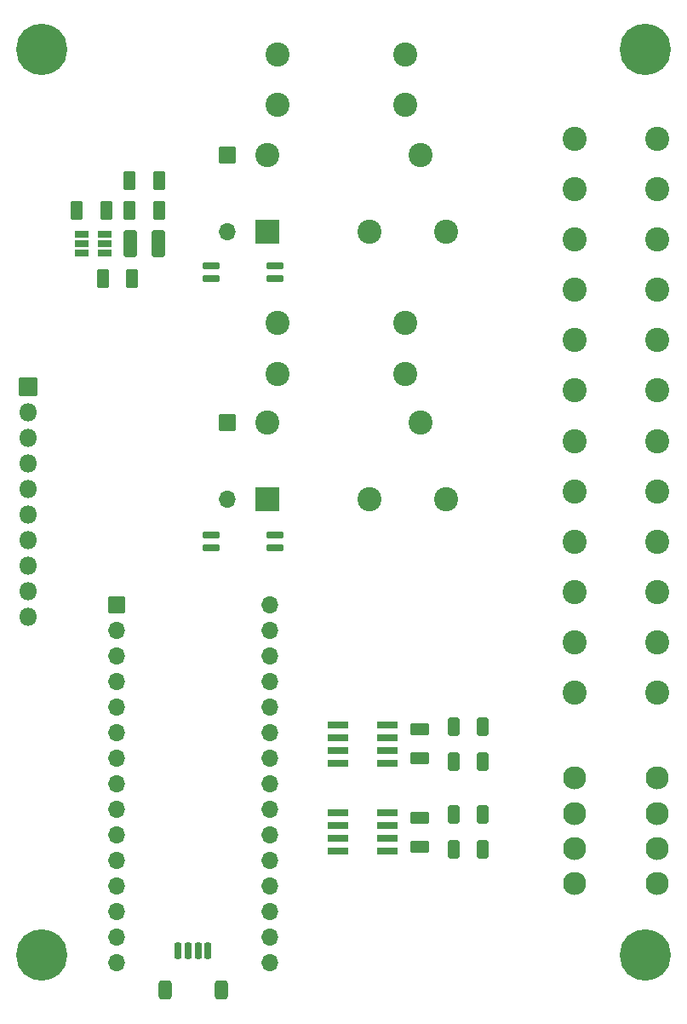
<source format=gbr>
%TF.GenerationSoftware,KiCad,Pcbnew,7.0.9*%
%TF.CreationDate,2024-02-10T01:22:26-05:00*%
%TF.ProjectId,BREAD_Slice,42524541-445f-4536-9c69-63652e6b6963,rev?*%
%TF.SameCoordinates,PX74eba40PY8552dc0*%
%TF.FileFunction,Soldermask,Bot*%
%TF.FilePolarity,Negative*%
%FSLAX46Y46*%
G04 Gerber Fmt 4.6, Leading zero omitted, Abs format (unit mm)*
G04 Created by KiCad (PCBNEW 7.0.9) date 2024-02-10 01:22:26*
%MOMM*%
%LPD*%
G01*
G04 APERTURE LIST*
G04 Aperture macros list*
%AMRoundRect*
0 Rectangle with rounded corners*
0 $1 Rounding radius*
0 $2 $3 $4 $5 $6 $7 $8 $9 X,Y pos of 4 corners*
0 Add a 4 corners polygon primitive as box body*
4,1,4,$2,$3,$4,$5,$6,$7,$8,$9,$2,$3,0*
0 Add four circle primitives for the rounded corners*
1,1,$1+$1,$2,$3*
1,1,$1+$1,$4,$5*
1,1,$1+$1,$6,$7*
1,1,$1+$1,$8,$9*
0 Add four rect primitives between the rounded corners*
20,1,$1+$1,$2,$3,$4,$5,0*
20,1,$1+$1,$4,$5,$6,$7,0*
20,1,$1+$1,$6,$7,$8,$9,0*
20,1,$1+$1,$8,$9,$2,$3,0*%
G04 Aperture macros list end*
%ADD10C,2.400000*%
%ADD11RoundRect,0.300000X0.325000X0.650000X-0.325000X0.650000X-0.325000X-0.650000X0.325000X-0.650000X0*%
%ADD12C,5.100000*%
%ADD13RoundRect,0.050000X-0.800000X-0.800000X0.800000X-0.800000X0.800000X0.800000X-0.800000X0.800000X0*%
%ADD14O,1.700000X1.700000*%
%ADD15RoundRect,0.050000X-0.850000X-0.850000X0.850000X-0.850000X0.850000X0.850000X-0.850000X0.850000X0*%
%ADD16O,1.800000X1.800000*%
%ADD17RoundRect,0.050000X-0.800000X0.800000X-0.800000X-0.800000X0.800000X-0.800000X0.800000X0.800000X0*%
%ADD18C,2.300000*%
%ADD19RoundRect,0.050000X1.150000X1.150000X-1.150000X1.150000X-1.150000X-1.150000X1.150000X-1.150000X0*%
%ADD20RoundRect,0.300000X-0.312500X-0.625000X0.312500X-0.625000X0.312500X0.625000X-0.312500X0.625000X0*%
%ADD21RoundRect,0.200000X0.150000X0.625000X-0.150000X0.625000X-0.150000X-0.625000X0.150000X-0.625000X0*%
%ADD22RoundRect,0.300000X0.350000X0.650000X-0.350000X0.650000X-0.350000X-0.650000X0.350000X-0.650000X0*%
%ADD23RoundRect,0.300000X0.650000X-0.325000X0.650000X0.325000X-0.650000X0.325000X-0.650000X-0.325000X0*%
%ADD24RoundRect,0.300000X-0.325000X-0.650000X0.325000X-0.650000X0.325000X0.650000X-0.325000X0.650000X0*%
%ADD25RoundRect,0.200000X0.662500X0.150000X-0.662500X0.150000X-0.662500X-0.150000X0.662500X-0.150000X0*%
%ADD26RoundRect,0.300000X-0.375000X-1.075000X0.375000X-1.075000X0.375000X1.075000X-0.375000X1.075000X0*%
%ADD27RoundRect,0.200000X-0.512500X-0.150000X0.512500X-0.150000X0.512500X0.150000X-0.512500X0.150000X0*%
%ADD28RoundRect,0.091300X0.943700X0.253700X-0.943700X0.253700X-0.943700X-0.253700X0.943700X-0.253700X0*%
G04 APERTURE END LIST*
D10*
%TO.C,J18*%
X58000000Y31100000D03*
X66200000Y31100000D03*
%TD*%
%TO.C,J10*%
X58000000Y61100000D03*
X66200000Y61100000D03*
%TD*%
%TO.C,F2*%
X41150000Y89492700D03*
X41150000Y94492700D03*
X28450000Y89492700D03*
X28450000Y94492700D03*
%TD*%
%TO.C,F1*%
X28450000Y67792700D03*
X28450000Y62792700D03*
X41150000Y67792700D03*
X41150000Y62792700D03*
%TD*%
%TO.C,J17*%
X58000000Y36100000D03*
X66200000Y36100000D03*
%TD*%
%TO.C,J16*%
X58000000Y41100000D03*
X66200000Y41100000D03*
%TD*%
%TO.C,J15*%
X58000000Y46100000D03*
X66200000Y46100000D03*
%TD*%
%TO.C,J14*%
X58000000Y51100000D03*
X66200000Y51100000D03*
%TD*%
%TO.C,J13*%
X58000000Y56100000D03*
X66200000Y56100000D03*
%TD*%
%TO.C,J9*%
X58000000Y66100000D03*
X66200000Y66100000D03*
%TD*%
%TO.C,J8*%
X58000000Y71100000D03*
X66200000Y71100000D03*
%TD*%
%TO.C,J7*%
X58000000Y76100000D03*
X66200000Y76100000D03*
%TD*%
%TO.C,J6*%
X58000000Y81100000D03*
X66200000Y81100000D03*
%TD*%
%TO.C,J5*%
X58000000Y86100000D03*
X66200000Y86100000D03*
%TD*%
D11*
%TO.C,C2*%
X13975000Y72200000D03*
X11025000Y72200000D03*
%TD*%
D12*
%TO.C,H1*%
X5000000Y95000000D03*
%TD*%
%TO.C,H3*%
X65000000Y95000000D03*
%TD*%
%TO.C,H2*%
X5000000Y5000000D03*
%TD*%
%TO.C,H4*%
X65000000Y5000000D03*
%TD*%
D13*
%TO.C,A1*%
X12400000Y39800000D03*
D14*
X12400000Y37260000D03*
X12400000Y34720000D03*
X12400000Y32180000D03*
X12400000Y29640000D03*
X12400000Y27100000D03*
X12400000Y24560000D03*
X12400000Y22020000D03*
X12400000Y19480000D03*
X12400000Y16940000D03*
X12400000Y14400000D03*
X12400000Y11860000D03*
X12400000Y9320000D03*
X12400000Y6780000D03*
X12400000Y4240000D03*
X27640000Y4240000D03*
X27640000Y6780000D03*
X27640000Y9320000D03*
X27640000Y11860000D03*
X27640000Y14400000D03*
X27640000Y16940000D03*
X27640000Y19480000D03*
X27640000Y22020000D03*
X27640000Y24560000D03*
X27640000Y27100000D03*
X27640000Y29640000D03*
X27640000Y32180000D03*
X27640000Y34720000D03*
X27640000Y37260000D03*
X27640000Y39800000D03*
%TD*%
D15*
%TO.C,J1*%
X3600000Y61450000D03*
D16*
X3600000Y58910000D03*
X3600000Y56370000D03*
X3600000Y53830000D03*
X3600000Y51290000D03*
X3600000Y48750000D03*
X3600000Y46210000D03*
X3600000Y43670000D03*
X3600000Y41130000D03*
X3600000Y38590000D03*
%TD*%
D17*
%TO.C,D2*%
X23400000Y84510000D03*
D14*
X23400000Y76890000D03*
%TD*%
D18*
%TO.C,J3*%
X58000000Y19100000D03*
X66200000Y19100000D03*
%TD*%
%TO.C,J11*%
X58000000Y12100000D03*
X66200000Y12100000D03*
%TD*%
%TO.C,J12*%
X58000000Y15600000D03*
X66200000Y15600000D03*
%TD*%
D10*
%TO.C,K2*%
X27425000Y57920000D03*
X42665000Y57920000D03*
X45205000Y50300000D03*
X37585000Y50300000D03*
D19*
X27425000Y50300000D03*
%TD*%
D18*
%TO.C,J4*%
X58000000Y22600000D03*
X66200000Y22600000D03*
%TD*%
D17*
%TO.C,D3*%
X23400000Y57910000D03*
D14*
X23400000Y50290000D03*
%TD*%
D10*
%TO.C,K1*%
X27425000Y84520000D03*
X42665000Y84520000D03*
X45205000Y76900000D03*
X37585000Y76900000D03*
D19*
X27425000Y76900000D03*
%TD*%
D20*
%TO.C,FB4*%
X45937500Y19000000D03*
X48862500Y19000000D03*
%TD*%
D21*
%TO.C,J2*%
X21510000Y5400000D03*
X20510000Y5400000D03*
X19510000Y5400000D03*
X18510000Y5400000D03*
D22*
X17210000Y1525000D03*
X22810000Y1525000D03*
%TD*%
D23*
%TO.C,C6*%
X42600000Y15725000D03*
X42600000Y18675000D03*
%TD*%
D24*
%TO.C,C3*%
X13725000Y79000000D03*
X16675000Y79000000D03*
%TD*%
D20*
%TO.C,FB1*%
X45937500Y24200000D03*
X48862500Y24200000D03*
%TD*%
D24*
%TO.C,C4*%
X13725000Y82000000D03*
X16675000Y82000000D03*
%TD*%
D25*
%TO.C,U2*%
X28187500Y73535000D03*
X28187500Y72265000D03*
X21812500Y72265000D03*
X21812500Y73535000D03*
%TD*%
%TO.C,U5*%
X28187500Y46735000D03*
X28187500Y45465000D03*
X21812500Y45465000D03*
X21812500Y46735000D03*
%TD*%
D26*
%TO.C,L1*%
X13800000Y75700000D03*
X16600000Y75700000D03*
%TD*%
D11*
%TO.C,C1*%
X11375000Y79000000D03*
X8425000Y79000000D03*
%TD*%
D20*
%TO.C,FB3*%
X45937500Y15500000D03*
X48862500Y15500000D03*
%TD*%
D27*
%TO.C,U1*%
X8962500Y74750000D03*
X8962500Y75700000D03*
X8962500Y76650000D03*
X11237500Y76650000D03*
X11237500Y75700000D03*
X11237500Y74750000D03*
%TD*%
D23*
%TO.C,C5*%
X42600000Y24525000D03*
X42600000Y27475000D03*
%TD*%
D20*
%TO.C,FB2*%
X45937500Y27700000D03*
X48862500Y27700000D03*
%TD*%
D28*
%TO.C,U4*%
X39375000Y19105000D03*
X39375000Y17835000D03*
X39375000Y16565000D03*
X39375000Y15295000D03*
X34425000Y15295000D03*
X34425000Y16565000D03*
X34425000Y17835000D03*
X34425000Y19105000D03*
%TD*%
%TO.C,U3*%
X39375000Y27905000D03*
X39375000Y26635000D03*
X39375000Y25365000D03*
X39375000Y24095000D03*
X34425000Y24095000D03*
X34425000Y25365000D03*
X34425000Y26635000D03*
X34425000Y27905000D03*
%TD*%
M02*

</source>
